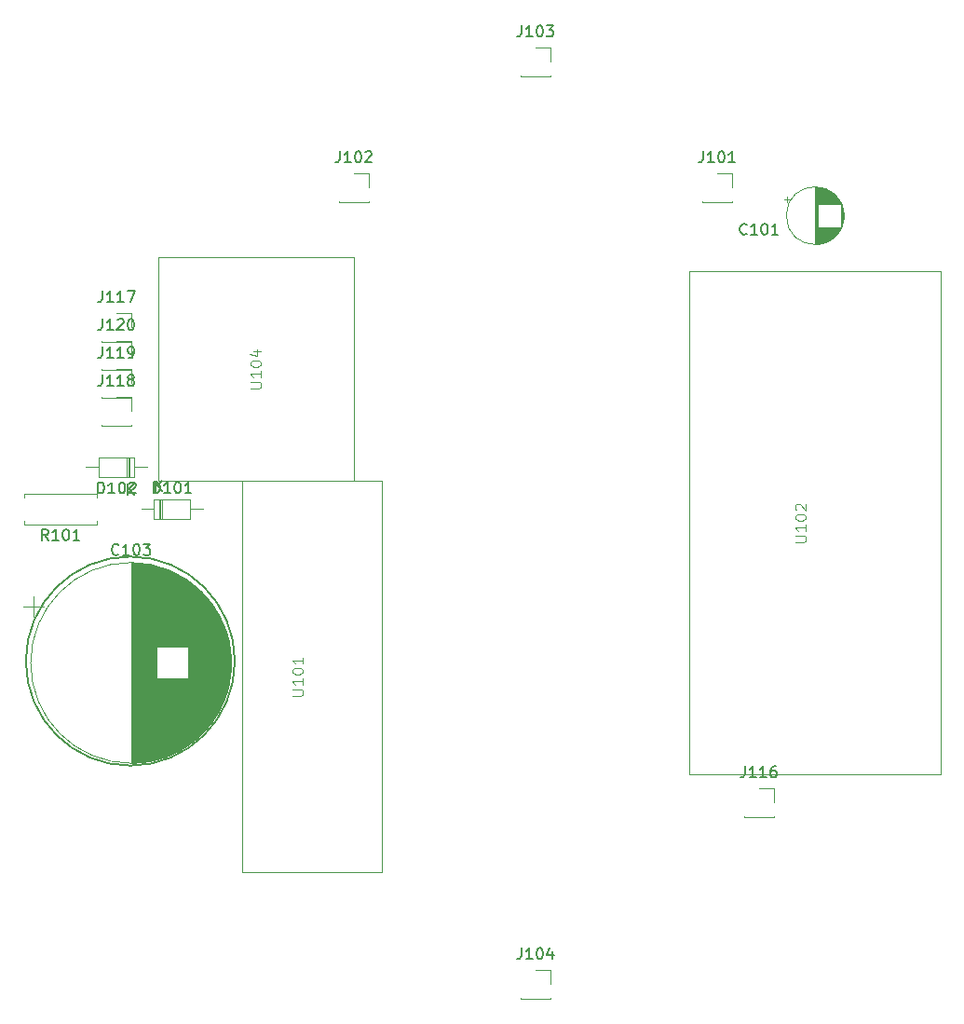
<source format=gbr>
%TF.GenerationSoftware,KiCad,Pcbnew,7.0.10*%
%TF.CreationDate,2024-02-07T15:10:16-05:00*%
%TF.ProjectId,board_down,626f6172-645f-4646-9f77-6e2e6b696361,rev?*%
%TF.SameCoordinates,Original*%
%TF.FileFunction,Legend,Top*%
%TF.FilePolarity,Positive*%
%FSLAX46Y46*%
G04 Gerber Fmt 4.6, Leading zero omitted, Abs format (unit mm)*
G04 Created by KiCad (PCBNEW 7.0.10) date 2024-02-07 15:10:16*
%MOMM*%
%LPD*%
G01*
G04 APERTURE LIST*
%ADD10C,0.150000*%
%ADD11C,0.100000*%
%ADD12C,0.120000*%
G04 APERTURE END LIST*
D10*
X22200000Y-62070000D02*
G75*
G03*
X3200000Y-62070000I-9500000J0D01*
G01*
X3200000Y-62070000D02*
G75*
G03*
X22200000Y-62070000I9500000J0D01*
G01*
X31734285Y-15734819D02*
X31734285Y-16449104D01*
X31734285Y-16449104D02*
X31686666Y-16591961D01*
X31686666Y-16591961D02*
X31591428Y-16687200D01*
X31591428Y-16687200D02*
X31448571Y-16734819D01*
X31448571Y-16734819D02*
X31353333Y-16734819D01*
X32734285Y-16734819D02*
X32162857Y-16734819D01*
X32448571Y-16734819D02*
X32448571Y-15734819D01*
X32448571Y-15734819D02*
X32353333Y-15877676D01*
X32353333Y-15877676D02*
X32258095Y-15972914D01*
X32258095Y-15972914D02*
X32162857Y-16020533D01*
X33353333Y-15734819D02*
X33448571Y-15734819D01*
X33448571Y-15734819D02*
X33543809Y-15782438D01*
X33543809Y-15782438D02*
X33591428Y-15830057D01*
X33591428Y-15830057D02*
X33639047Y-15925295D01*
X33639047Y-15925295D02*
X33686666Y-16115771D01*
X33686666Y-16115771D02*
X33686666Y-16353866D01*
X33686666Y-16353866D02*
X33639047Y-16544342D01*
X33639047Y-16544342D02*
X33591428Y-16639580D01*
X33591428Y-16639580D02*
X33543809Y-16687200D01*
X33543809Y-16687200D02*
X33448571Y-16734819D01*
X33448571Y-16734819D02*
X33353333Y-16734819D01*
X33353333Y-16734819D02*
X33258095Y-16687200D01*
X33258095Y-16687200D02*
X33210476Y-16639580D01*
X33210476Y-16639580D02*
X33162857Y-16544342D01*
X33162857Y-16544342D02*
X33115238Y-16353866D01*
X33115238Y-16353866D02*
X33115238Y-16115771D01*
X33115238Y-16115771D02*
X33162857Y-15925295D01*
X33162857Y-15925295D02*
X33210476Y-15830057D01*
X33210476Y-15830057D02*
X33258095Y-15782438D01*
X33258095Y-15782438D02*
X33353333Y-15734819D01*
X34067619Y-15830057D02*
X34115238Y-15782438D01*
X34115238Y-15782438D02*
X34210476Y-15734819D01*
X34210476Y-15734819D02*
X34448571Y-15734819D01*
X34448571Y-15734819D02*
X34543809Y-15782438D01*
X34543809Y-15782438D02*
X34591428Y-15830057D01*
X34591428Y-15830057D02*
X34639047Y-15925295D01*
X34639047Y-15925295D02*
X34639047Y-16020533D01*
X34639047Y-16020533D02*
X34591428Y-16163390D01*
X34591428Y-16163390D02*
X34020000Y-16734819D01*
X34020000Y-16734819D02*
X34639047Y-16734819D01*
X68730952Y-23219580D02*
X68683333Y-23267200D01*
X68683333Y-23267200D02*
X68540476Y-23314819D01*
X68540476Y-23314819D02*
X68445238Y-23314819D01*
X68445238Y-23314819D02*
X68302381Y-23267200D01*
X68302381Y-23267200D02*
X68207143Y-23171961D01*
X68207143Y-23171961D02*
X68159524Y-23076723D01*
X68159524Y-23076723D02*
X68111905Y-22886247D01*
X68111905Y-22886247D02*
X68111905Y-22743390D01*
X68111905Y-22743390D02*
X68159524Y-22552914D01*
X68159524Y-22552914D02*
X68207143Y-22457676D01*
X68207143Y-22457676D02*
X68302381Y-22362438D01*
X68302381Y-22362438D02*
X68445238Y-22314819D01*
X68445238Y-22314819D02*
X68540476Y-22314819D01*
X68540476Y-22314819D02*
X68683333Y-22362438D01*
X68683333Y-22362438D02*
X68730952Y-22410057D01*
X69683333Y-23314819D02*
X69111905Y-23314819D01*
X69397619Y-23314819D02*
X69397619Y-22314819D01*
X69397619Y-22314819D02*
X69302381Y-22457676D01*
X69302381Y-22457676D02*
X69207143Y-22552914D01*
X69207143Y-22552914D02*
X69111905Y-22600533D01*
X70302381Y-22314819D02*
X70397619Y-22314819D01*
X70397619Y-22314819D02*
X70492857Y-22362438D01*
X70492857Y-22362438D02*
X70540476Y-22410057D01*
X70540476Y-22410057D02*
X70588095Y-22505295D01*
X70588095Y-22505295D02*
X70635714Y-22695771D01*
X70635714Y-22695771D02*
X70635714Y-22933866D01*
X70635714Y-22933866D02*
X70588095Y-23124342D01*
X70588095Y-23124342D02*
X70540476Y-23219580D01*
X70540476Y-23219580D02*
X70492857Y-23267200D01*
X70492857Y-23267200D02*
X70397619Y-23314819D01*
X70397619Y-23314819D02*
X70302381Y-23314819D01*
X70302381Y-23314819D02*
X70207143Y-23267200D01*
X70207143Y-23267200D02*
X70159524Y-23219580D01*
X70159524Y-23219580D02*
X70111905Y-23124342D01*
X70111905Y-23124342D02*
X70064286Y-22933866D01*
X70064286Y-22933866D02*
X70064286Y-22695771D01*
X70064286Y-22695771D02*
X70111905Y-22505295D01*
X70111905Y-22505295D02*
X70159524Y-22410057D01*
X70159524Y-22410057D02*
X70207143Y-22362438D01*
X70207143Y-22362438D02*
X70302381Y-22314819D01*
X71588095Y-23314819D02*
X71016667Y-23314819D01*
X71302381Y-23314819D02*
X71302381Y-22314819D01*
X71302381Y-22314819D02*
X71207143Y-22457676D01*
X71207143Y-22457676D02*
X71111905Y-22552914D01*
X71111905Y-22552914D02*
X71016667Y-22600533D01*
X11640952Y-52339580D02*
X11593333Y-52387200D01*
X11593333Y-52387200D02*
X11450476Y-52434819D01*
X11450476Y-52434819D02*
X11355238Y-52434819D01*
X11355238Y-52434819D02*
X11212381Y-52387200D01*
X11212381Y-52387200D02*
X11117143Y-52291961D01*
X11117143Y-52291961D02*
X11069524Y-52196723D01*
X11069524Y-52196723D02*
X11021905Y-52006247D01*
X11021905Y-52006247D02*
X11021905Y-51863390D01*
X11021905Y-51863390D02*
X11069524Y-51672914D01*
X11069524Y-51672914D02*
X11117143Y-51577676D01*
X11117143Y-51577676D02*
X11212381Y-51482438D01*
X11212381Y-51482438D02*
X11355238Y-51434819D01*
X11355238Y-51434819D02*
X11450476Y-51434819D01*
X11450476Y-51434819D02*
X11593333Y-51482438D01*
X11593333Y-51482438D02*
X11640952Y-51530057D01*
X12593333Y-52434819D02*
X12021905Y-52434819D01*
X12307619Y-52434819D02*
X12307619Y-51434819D01*
X12307619Y-51434819D02*
X12212381Y-51577676D01*
X12212381Y-51577676D02*
X12117143Y-51672914D01*
X12117143Y-51672914D02*
X12021905Y-51720533D01*
X13212381Y-51434819D02*
X13307619Y-51434819D01*
X13307619Y-51434819D02*
X13402857Y-51482438D01*
X13402857Y-51482438D02*
X13450476Y-51530057D01*
X13450476Y-51530057D02*
X13498095Y-51625295D01*
X13498095Y-51625295D02*
X13545714Y-51815771D01*
X13545714Y-51815771D02*
X13545714Y-52053866D01*
X13545714Y-52053866D02*
X13498095Y-52244342D01*
X13498095Y-52244342D02*
X13450476Y-52339580D01*
X13450476Y-52339580D02*
X13402857Y-52387200D01*
X13402857Y-52387200D02*
X13307619Y-52434819D01*
X13307619Y-52434819D02*
X13212381Y-52434819D01*
X13212381Y-52434819D02*
X13117143Y-52387200D01*
X13117143Y-52387200D02*
X13069524Y-52339580D01*
X13069524Y-52339580D02*
X13021905Y-52244342D01*
X13021905Y-52244342D02*
X12974286Y-52053866D01*
X12974286Y-52053866D02*
X12974286Y-51815771D01*
X12974286Y-51815771D02*
X13021905Y-51625295D01*
X13021905Y-51625295D02*
X13069524Y-51530057D01*
X13069524Y-51530057D02*
X13117143Y-51482438D01*
X13117143Y-51482438D02*
X13212381Y-51434819D01*
X13879048Y-51434819D02*
X14498095Y-51434819D01*
X14498095Y-51434819D02*
X14164762Y-51815771D01*
X14164762Y-51815771D02*
X14307619Y-51815771D01*
X14307619Y-51815771D02*
X14402857Y-51863390D01*
X14402857Y-51863390D02*
X14450476Y-51911009D01*
X14450476Y-51911009D02*
X14498095Y-52006247D01*
X14498095Y-52006247D02*
X14498095Y-52244342D01*
X14498095Y-52244342D02*
X14450476Y-52339580D01*
X14450476Y-52339580D02*
X14402857Y-52387200D01*
X14402857Y-52387200D02*
X14307619Y-52434819D01*
X14307619Y-52434819D02*
X14021905Y-52434819D01*
X14021905Y-52434819D02*
X13926667Y-52387200D01*
X13926667Y-52387200D02*
X13879048Y-52339580D01*
X48244285Y-88124819D02*
X48244285Y-88839104D01*
X48244285Y-88839104D02*
X48196666Y-88981961D01*
X48196666Y-88981961D02*
X48101428Y-89077200D01*
X48101428Y-89077200D02*
X47958571Y-89124819D01*
X47958571Y-89124819D02*
X47863333Y-89124819D01*
X49244285Y-89124819D02*
X48672857Y-89124819D01*
X48958571Y-89124819D02*
X48958571Y-88124819D01*
X48958571Y-88124819D02*
X48863333Y-88267676D01*
X48863333Y-88267676D02*
X48768095Y-88362914D01*
X48768095Y-88362914D02*
X48672857Y-88410533D01*
X49863333Y-88124819D02*
X49958571Y-88124819D01*
X49958571Y-88124819D02*
X50053809Y-88172438D01*
X50053809Y-88172438D02*
X50101428Y-88220057D01*
X50101428Y-88220057D02*
X50149047Y-88315295D01*
X50149047Y-88315295D02*
X50196666Y-88505771D01*
X50196666Y-88505771D02*
X50196666Y-88743866D01*
X50196666Y-88743866D02*
X50149047Y-88934342D01*
X50149047Y-88934342D02*
X50101428Y-89029580D01*
X50101428Y-89029580D02*
X50053809Y-89077200D01*
X50053809Y-89077200D02*
X49958571Y-89124819D01*
X49958571Y-89124819D02*
X49863333Y-89124819D01*
X49863333Y-89124819D02*
X49768095Y-89077200D01*
X49768095Y-89077200D02*
X49720476Y-89029580D01*
X49720476Y-89029580D02*
X49672857Y-88934342D01*
X49672857Y-88934342D02*
X49625238Y-88743866D01*
X49625238Y-88743866D02*
X49625238Y-88505771D01*
X49625238Y-88505771D02*
X49672857Y-88315295D01*
X49672857Y-88315295D02*
X49720476Y-88220057D01*
X49720476Y-88220057D02*
X49768095Y-88172438D01*
X49768095Y-88172438D02*
X49863333Y-88124819D01*
X51053809Y-88458152D02*
X51053809Y-89124819D01*
X50815714Y-88077200D02*
X50577619Y-88791485D01*
X50577619Y-88791485D02*
X51196666Y-88791485D01*
D11*
X73117419Y-51244285D02*
X73926942Y-51244285D01*
X73926942Y-51244285D02*
X74022180Y-51196666D01*
X74022180Y-51196666D02*
X74069800Y-51149047D01*
X74069800Y-51149047D02*
X74117419Y-51053809D01*
X74117419Y-51053809D02*
X74117419Y-50863333D01*
X74117419Y-50863333D02*
X74069800Y-50768095D01*
X74069800Y-50768095D02*
X74022180Y-50720476D01*
X74022180Y-50720476D02*
X73926942Y-50672857D01*
X73926942Y-50672857D02*
X73117419Y-50672857D01*
X74117419Y-49672857D02*
X74117419Y-50244285D01*
X74117419Y-49958571D02*
X73117419Y-49958571D01*
X73117419Y-49958571D02*
X73260276Y-50053809D01*
X73260276Y-50053809D02*
X73355514Y-50149047D01*
X73355514Y-50149047D02*
X73403133Y-50244285D01*
X73117419Y-49053809D02*
X73117419Y-48958571D01*
X73117419Y-48958571D02*
X73165038Y-48863333D01*
X73165038Y-48863333D02*
X73212657Y-48815714D01*
X73212657Y-48815714D02*
X73307895Y-48768095D01*
X73307895Y-48768095D02*
X73498371Y-48720476D01*
X73498371Y-48720476D02*
X73736466Y-48720476D01*
X73736466Y-48720476D02*
X73926942Y-48768095D01*
X73926942Y-48768095D02*
X74022180Y-48815714D01*
X74022180Y-48815714D02*
X74069800Y-48863333D01*
X74069800Y-48863333D02*
X74117419Y-48958571D01*
X74117419Y-48958571D02*
X74117419Y-49053809D01*
X74117419Y-49053809D02*
X74069800Y-49149047D01*
X74069800Y-49149047D02*
X74022180Y-49196666D01*
X74022180Y-49196666D02*
X73926942Y-49244285D01*
X73926942Y-49244285D02*
X73736466Y-49291904D01*
X73736466Y-49291904D02*
X73498371Y-49291904D01*
X73498371Y-49291904D02*
X73307895Y-49244285D01*
X73307895Y-49244285D02*
X73212657Y-49196666D01*
X73212657Y-49196666D02*
X73165038Y-49149047D01*
X73165038Y-49149047D02*
X73117419Y-49053809D01*
X73212657Y-48339523D02*
X73165038Y-48291904D01*
X73165038Y-48291904D02*
X73117419Y-48196666D01*
X73117419Y-48196666D02*
X73117419Y-47958571D01*
X73117419Y-47958571D02*
X73165038Y-47863333D01*
X73165038Y-47863333D02*
X73212657Y-47815714D01*
X73212657Y-47815714D02*
X73307895Y-47768095D01*
X73307895Y-47768095D02*
X73403133Y-47768095D01*
X73403133Y-47768095D02*
X73545990Y-47815714D01*
X73545990Y-47815714D02*
X74117419Y-48387142D01*
X74117419Y-48387142D02*
X74117419Y-47768095D01*
X27397419Y-65214285D02*
X28206942Y-65214285D01*
X28206942Y-65214285D02*
X28302180Y-65166666D01*
X28302180Y-65166666D02*
X28349800Y-65119047D01*
X28349800Y-65119047D02*
X28397419Y-65023809D01*
X28397419Y-65023809D02*
X28397419Y-64833333D01*
X28397419Y-64833333D02*
X28349800Y-64738095D01*
X28349800Y-64738095D02*
X28302180Y-64690476D01*
X28302180Y-64690476D02*
X28206942Y-64642857D01*
X28206942Y-64642857D02*
X27397419Y-64642857D01*
X28397419Y-63642857D02*
X28397419Y-64214285D01*
X28397419Y-63928571D02*
X27397419Y-63928571D01*
X27397419Y-63928571D02*
X27540276Y-64023809D01*
X27540276Y-64023809D02*
X27635514Y-64119047D01*
X27635514Y-64119047D02*
X27683133Y-64214285D01*
X27397419Y-63023809D02*
X27397419Y-62928571D01*
X27397419Y-62928571D02*
X27445038Y-62833333D01*
X27445038Y-62833333D02*
X27492657Y-62785714D01*
X27492657Y-62785714D02*
X27587895Y-62738095D01*
X27587895Y-62738095D02*
X27778371Y-62690476D01*
X27778371Y-62690476D02*
X28016466Y-62690476D01*
X28016466Y-62690476D02*
X28206942Y-62738095D01*
X28206942Y-62738095D02*
X28302180Y-62785714D01*
X28302180Y-62785714D02*
X28349800Y-62833333D01*
X28349800Y-62833333D02*
X28397419Y-62928571D01*
X28397419Y-62928571D02*
X28397419Y-63023809D01*
X28397419Y-63023809D02*
X28349800Y-63119047D01*
X28349800Y-63119047D02*
X28302180Y-63166666D01*
X28302180Y-63166666D02*
X28206942Y-63214285D01*
X28206942Y-63214285D02*
X28016466Y-63261904D01*
X28016466Y-63261904D02*
X27778371Y-63261904D01*
X27778371Y-63261904D02*
X27587895Y-63214285D01*
X27587895Y-63214285D02*
X27492657Y-63166666D01*
X27492657Y-63166666D02*
X27445038Y-63119047D01*
X27445038Y-63119047D02*
X27397419Y-63023809D01*
X28397419Y-61738095D02*
X28397419Y-62309523D01*
X28397419Y-62023809D02*
X27397419Y-62023809D01*
X27397419Y-62023809D02*
X27540276Y-62119047D01*
X27540276Y-62119047D02*
X27635514Y-62214285D01*
X27635514Y-62214285D02*
X27683133Y-62309523D01*
D10*
X10144285Y-36054819D02*
X10144285Y-36769104D01*
X10144285Y-36769104D02*
X10096666Y-36911961D01*
X10096666Y-36911961D02*
X10001428Y-37007200D01*
X10001428Y-37007200D02*
X9858571Y-37054819D01*
X9858571Y-37054819D02*
X9763333Y-37054819D01*
X11144285Y-37054819D02*
X10572857Y-37054819D01*
X10858571Y-37054819D02*
X10858571Y-36054819D01*
X10858571Y-36054819D02*
X10763333Y-36197676D01*
X10763333Y-36197676D02*
X10668095Y-36292914D01*
X10668095Y-36292914D02*
X10572857Y-36340533D01*
X12096666Y-37054819D02*
X11525238Y-37054819D01*
X11810952Y-37054819D02*
X11810952Y-36054819D01*
X11810952Y-36054819D02*
X11715714Y-36197676D01*
X11715714Y-36197676D02*
X11620476Y-36292914D01*
X11620476Y-36292914D02*
X11525238Y-36340533D01*
X12668095Y-36483390D02*
X12572857Y-36435771D01*
X12572857Y-36435771D02*
X12525238Y-36388152D01*
X12525238Y-36388152D02*
X12477619Y-36292914D01*
X12477619Y-36292914D02*
X12477619Y-36245295D01*
X12477619Y-36245295D02*
X12525238Y-36150057D01*
X12525238Y-36150057D02*
X12572857Y-36102438D01*
X12572857Y-36102438D02*
X12668095Y-36054819D01*
X12668095Y-36054819D02*
X12858571Y-36054819D01*
X12858571Y-36054819D02*
X12953809Y-36102438D01*
X12953809Y-36102438D02*
X13001428Y-36150057D01*
X13001428Y-36150057D02*
X13049047Y-36245295D01*
X13049047Y-36245295D02*
X13049047Y-36292914D01*
X13049047Y-36292914D02*
X13001428Y-36388152D01*
X13001428Y-36388152D02*
X12953809Y-36435771D01*
X12953809Y-36435771D02*
X12858571Y-36483390D01*
X12858571Y-36483390D02*
X12668095Y-36483390D01*
X12668095Y-36483390D02*
X12572857Y-36531009D01*
X12572857Y-36531009D02*
X12525238Y-36578628D01*
X12525238Y-36578628D02*
X12477619Y-36673866D01*
X12477619Y-36673866D02*
X12477619Y-36864342D01*
X12477619Y-36864342D02*
X12525238Y-36959580D01*
X12525238Y-36959580D02*
X12572857Y-37007200D01*
X12572857Y-37007200D02*
X12668095Y-37054819D01*
X12668095Y-37054819D02*
X12858571Y-37054819D01*
X12858571Y-37054819D02*
X12953809Y-37007200D01*
X12953809Y-37007200D02*
X13001428Y-36959580D01*
X13001428Y-36959580D02*
X13049047Y-36864342D01*
X13049047Y-36864342D02*
X13049047Y-36673866D01*
X13049047Y-36673866D02*
X13001428Y-36578628D01*
X13001428Y-36578628D02*
X12953809Y-36531009D01*
X12953809Y-36531009D02*
X12858571Y-36483390D01*
X9744524Y-46824819D02*
X9744524Y-45824819D01*
X9744524Y-45824819D02*
X9982619Y-45824819D01*
X9982619Y-45824819D02*
X10125476Y-45872438D01*
X10125476Y-45872438D02*
X10220714Y-45967676D01*
X10220714Y-45967676D02*
X10268333Y-46062914D01*
X10268333Y-46062914D02*
X10315952Y-46253390D01*
X10315952Y-46253390D02*
X10315952Y-46396247D01*
X10315952Y-46396247D02*
X10268333Y-46586723D01*
X10268333Y-46586723D02*
X10220714Y-46681961D01*
X10220714Y-46681961D02*
X10125476Y-46777200D01*
X10125476Y-46777200D02*
X9982619Y-46824819D01*
X9982619Y-46824819D02*
X9744524Y-46824819D01*
X11268333Y-46824819D02*
X10696905Y-46824819D01*
X10982619Y-46824819D02*
X10982619Y-45824819D01*
X10982619Y-45824819D02*
X10887381Y-45967676D01*
X10887381Y-45967676D02*
X10792143Y-46062914D01*
X10792143Y-46062914D02*
X10696905Y-46110533D01*
X11887381Y-45824819D02*
X11982619Y-45824819D01*
X11982619Y-45824819D02*
X12077857Y-45872438D01*
X12077857Y-45872438D02*
X12125476Y-45920057D01*
X12125476Y-45920057D02*
X12173095Y-46015295D01*
X12173095Y-46015295D02*
X12220714Y-46205771D01*
X12220714Y-46205771D02*
X12220714Y-46443866D01*
X12220714Y-46443866D02*
X12173095Y-46634342D01*
X12173095Y-46634342D02*
X12125476Y-46729580D01*
X12125476Y-46729580D02*
X12077857Y-46777200D01*
X12077857Y-46777200D02*
X11982619Y-46824819D01*
X11982619Y-46824819D02*
X11887381Y-46824819D01*
X11887381Y-46824819D02*
X11792143Y-46777200D01*
X11792143Y-46777200D02*
X11744524Y-46729580D01*
X11744524Y-46729580D02*
X11696905Y-46634342D01*
X11696905Y-46634342D02*
X11649286Y-46443866D01*
X11649286Y-46443866D02*
X11649286Y-46205771D01*
X11649286Y-46205771D02*
X11696905Y-46015295D01*
X11696905Y-46015295D02*
X11744524Y-45920057D01*
X11744524Y-45920057D02*
X11792143Y-45872438D01*
X11792143Y-45872438D02*
X11887381Y-45824819D01*
X12601667Y-45920057D02*
X12649286Y-45872438D01*
X12649286Y-45872438D02*
X12744524Y-45824819D01*
X12744524Y-45824819D02*
X12982619Y-45824819D01*
X12982619Y-45824819D02*
X13077857Y-45872438D01*
X13077857Y-45872438D02*
X13125476Y-45920057D01*
X13125476Y-45920057D02*
X13173095Y-46015295D01*
X13173095Y-46015295D02*
X13173095Y-46110533D01*
X13173095Y-46110533D02*
X13125476Y-46253390D01*
X13125476Y-46253390D02*
X12554048Y-46824819D01*
X12554048Y-46824819D02*
X13173095Y-46824819D01*
X14983095Y-46654819D02*
X14983095Y-45654819D01*
X15554523Y-46654819D02*
X15125952Y-46083390D01*
X15554523Y-45654819D02*
X14983095Y-46226247D01*
X5230952Y-51084819D02*
X4897619Y-50608628D01*
X4659524Y-51084819D02*
X4659524Y-50084819D01*
X4659524Y-50084819D02*
X5040476Y-50084819D01*
X5040476Y-50084819D02*
X5135714Y-50132438D01*
X5135714Y-50132438D02*
X5183333Y-50180057D01*
X5183333Y-50180057D02*
X5230952Y-50275295D01*
X5230952Y-50275295D02*
X5230952Y-50418152D01*
X5230952Y-50418152D02*
X5183333Y-50513390D01*
X5183333Y-50513390D02*
X5135714Y-50561009D01*
X5135714Y-50561009D02*
X5040476Y-50608628D01*
X5040476Y-50608628D02*
X4659524Y-50608628D01*
X6183333Y-51084819D02*
X5611905Y-51084819D01*
X5897619Y-51084819D02*
X5897619Y-50084819D01*
X5897619Y-50084819D02*
X5802381Y-50227676D01*
X5802381Y-50227676D02*
X5707143Y-50322914D01*
X5707143Y-50322914D02*
X5611905Y-50370533D01*
X6802381Y-50084819D02*
X6897619Y-50084819D01*
X6897619Y-50084819D02*
X6992857Y-50132438D01*
X6992857Y-50132438D02*
X7040476Y-50180057D01*
X7040476Y-50180057D02*
X7088095Y-50275295D01*
X7088095Y-50275295D02*
X7135714Y-50465771D01*
X7135714Y-50465771D02*
X7135714Y-50703866D01*
X7135714Y-50703866D02*
X7088095Y-50894342D01*
X7088095Y-50894342D02*
X7040476Y-50989580D01*
X7040476Y-50989580D02*
X6992857Y-51037200D01*
X6992857Y-51037200D02*
X6897619Y-51084819D01*
X6897619Y-51084819D02*
X6802381Y-51084819D01*
X6802381Y-51084819D02*
X6707143Y-51037200D01*
X6707143Y-51037200D02*
X6659524Y-50989580D01*
X6659524Y-50989580D02*
X6611905Y-50894342D01*
X6611905Y-50894342D02*
X6564286Y-50703866D01*
X6564286Y-50703866D02*
X6564286Y-50465771D01*
X6564286Y-50465771D02*
X6611905Y-50275295D01*
X6611905Y-50275295D02*
X6659524Y-50180057D01*
X6659524Y-50180057D02*
X6707143Y-50132438D01*
X6707143Y-50132438D02*
X6802381Y-50084819D01*
X8088095Y-51084819D02*
X7516667Y-51084819D01*
X7802381Y-51084819D02*
X7802381Y-50084819D01*
X7802381Y-50084819D02*
X7707143Y-50227676D01*
X7707143Y-50227676D02*
X7611905Y-50322914D01*
X7611905Y-50322914D02*
X7516667Y-50370533D01*
D11*
X23587419Y-37274285D02*
X24396942Y-37274285D01*
X24396942Y-37274285D02*
X24492180Y-37226666D01*
X24492180Y-37226666D02*
X24539800Y-37179047D01*
X24539800Y-37179047D02*
X24587419Y-37083809D01*
X24587419Y-37083809D02*
X24587419Y-36893333D01*
X24587419Y-36893333D02*
X24539800Y-36798095D01*
X24539800Y-36798095D02*
X24492180Y-36750476D01*
X24492180Y-36750476D02*
X24396942Y-36702857D01*
X24396942Y-36702857D02*
X23587419Y-36702857D01*
X24587419Y-35702857D02*
X24587419Y-36274285D01*
X24587419Y-35988571D02*
X23587419Y-35988571D01*
X23587419Y-35988571D02*
X23730276Y-36083809D01*
X23730276Y-36083809D02*
X23825514Y-36179047D01*
X23825514Y-36179047D02*
X23873133Y-36274285D01*
X23587419Y-35083809D02*
X23587419Y-34988571D01*
X23587419Y-34988571D02*
X23635038Y-34893333D01*
X23635038Y-34893333D02*
X23682657Y-34845714D01*
X23682657Y-34845714D02*
X23777895Y-34798095D01*
X23777895Y-34798095D02*
X23968371Y-34750476D01*
X23968371Y-34750476D02*
X24206466Y-34750476D01*
X24206466Y-34750476D02*
X24396942Y-34798095D01*
X24396942Y-34798095D02*
X24492180Y-34845714D01*
X24492180Y-34845714D02*
X24539800Y-34893333D01*
X24539800Y-34893333D02*
X24587419Y-34988571D01*
X24587419Y-34988571D02*
X24587419Y-35083809D01*
X24587419Y-35083809D02*
X24539800Y-35179047D01*
X24539800Y-35179047D02*
X24492180Y-35226666D01*
X24492180Y-35226666D02*
X24396942Y-35274285D01*
X24396942Y-35274285D02*
X24206466Y-35321904D01*
X24206466Y-35321904D02*
X23968371Y-35321904D01*
X23968371Y-35321904D02*
X23777895Y-35274285D01*
X23777895Y-35274285D02*
X23682657Y-35226666D01*
X23682657Y-35226666D02*
X23635038Y-35179047D01*
X23635038Y-35179047D02*
X23587419Y-35083809D01*
X23920752Y-33893333D02*
X24587419Y-33893333D01*
X23539800Y-34131428D02*
X24254085Y-34369523D01*
X24254085Y-34369523D02*
X24254085Y-33750476D01*
D10*
X10144285Y-30974819D02*
X10144285Y-31689104D01*
X10144285Y-31689104D02*
X10096666Y-31831961D01*
X10096666Y-31831961D02*
X10001428Y-31927200D01*
X10001428Y-31927200D02*
X9858571Y-31974819D01*
X9858571Y-31974819D02*
X9763333Y-31974819D01*
X11144285Y-31974819D02*
X10572857Y-31974819D01*
X10858571Y-31974819D02*
X10858571Y-30974819D01*
X10858571Y-30974819D02*
X10763333Y-31117676D01*
X10763333Y-31117676D02*
X10668095Y-31212914D01*
X10668095Y-31212914D02*
X10572857Y-31260533D01*
X11525238Y-31070057D02*
X11572857Y-31022438D01*
X11572857Y-31022438D02*
X11668095Y-30974819D01*
X11668095Y-30974819D02*
X11906190Y-30974819D01*
X11906190Y-30974819D02*
X12001428Y-31022438D01*
X12001428Y-31022438D02*
X12049047Y-31070057D01*
X12049047Y-31070057D02*
X12096666Y-31165295D01*
X12096666Y-31165295D02*
X12096666Y-31260533D01*
X12096666Y-31260533D02*
X12049047Y-31403390D01*
X12049047Y-31403390D02*
X11477619Y-31974819D01*
X11477619Y-31974819D02*
X12096666Y-31974819D01*
X12715714Y-30974819D02*
X12810952Y-30974819D01*
X12810952Y-30974819D02*
X12906190Y-31022438D01*
X12906190Y-31022438D02*
X12953809Y-31070057D01*
X12953809Y-31070057D02*
X13001428Y-31165295D01*
X13001428Y-31165295D02*
X13049047Y-31355771D01*
X13049047Y-31355771D02*
X13049047Y-31593866D01*
X13049047Y-31593866D02*
X13001428Y-31784342D01*
X13001428Y-31784342D02*
X12953809Y-31879580D01*
X12953809Y-31879580D02*
X12906190Y-31927200D01*
X12906190Y-31927200D02*
X12810952Y-31974819D01*
X12810952Y-31974819D02*
X12715714Y-31974819D01*
X12715714Y-31974819D02*
X12620476Y-31927200D01*
X12620476Y-31927200D02*
X12572857Y-31879580D01*
X12572857Y-31879580D02*
X12525238Y-31784342D01*
X12525238Y-31784342D02*
X12477619Y-31593866D01*
X12477619Y-31593866D02*
X12477619Y-31355771D01*
X12477619Y-31355771D02*
X12525238Y-31165295D01*
X12525238Y-31165295D02*
X12572857Y-31070057D01*
X12572857Y-31070057D02*
X12620476Y-31022438D01*
X12620476Y-31022438D02*
X12715714Y-30974819D01*
X14814524Y-46794819D02*
X14814524Y-45794819D01*
X14814524Y-45794819D02*
X15052619Y-45794819D01*
X15052619Y-45794819D02*
X15195476Y-45842438D01*
X15195476Y-45842438D02*
X15290714Y-45937676D01*
X15290714Y-45937676D02*
X15338333Y-46032914D01*
X15338333Y-46032914D02*
X15385952Y-46223390D01*
X15385952Y-46223390D02*
X15385952Y-46366247D01*
X15385952Y-46366247D02*
X15338333Y-46556723D01*
X15338333Y-46556723D02*
X15290714Y-46651961D01*
X15290714Y-46651961D02*
X15195476Y-46747200D01*
X15195476Y-46747200D02*
X15052619Y-46794819D01*
X15052619Y-46794819D02*
X14814524Y-46794819D01*
X16338333Y-46794819D02*
X15766905Y-46794819D01*
X16052619Y-46794819D02*
X16052619Y-45794819D01*
X16052619Y-45794819D02*
X15957381Y-45937676D01*
X15957381Y-45937676D02*
X15862143Y-46032914D01*
X15862143Y-46032914D02*
X15766905Y-46080533D01*
X16957381Y-45794819D02*
X17052619Y-45794819D01*
X17052619Y-45794819D02*
X17147857Y-45842438D01*
X17147857Y-45842438D02*
X17195476Y-45890057D01*
X17195476Y-45890057D02*
X17243095Y-45985295D01*
X17243095Y-45985295D02*
X17290714Y-46175771D01*
X17290714Y-46175771D02*
X17290714Y-46413866D01*
X17290714Y-46413866D02*
X17243095Y-46604342D01*
X17243095Y-46604342D02*
X17195476Y-46699580D01*
X17195476Y-46699580D02*
X17147857Y-46747200D01*
X17147857Y-46747200D02*
X17052619Y-46794819D01*
X17052619Y-46794819D02*
X16957381Y-46794819D01*
X16957381Y-46794819D02*
X16862143Y-46747200D01*
X16862143Y-46747200D02*
X16814524Y-46699580D01*
X16814524Y-46699580D02*
X16766905Y-46604342D01*
X16766905Y-46604342D02*
X16719286Y-46413866D01*
X16719286Y-46413866D02*
X16719286Y-46175771D01*
X16719286Y-46175771D02*
X16766905Y-45985295D01*
X16766905Y-45985295D02*
X16814524Y-45890057D01*
X16814524Y-45890057D02*
X16862143Y-45842438D01*
X16862143Y-45842438D02*
X16957381Y-45794819D01*
X18243095Y-46794819D02*
X17671667Y-46794819D01*
X17957381Y-46794819D02*
X17957381Y-45794819D01*
X17957381Y-45794819D02*
X17862143Y-45937676D01*
X17862143Y-45937676D02*
X17766905Y-46032914D01*
X17766905Y-46032914D02*
X17671667Y-46080533D01*
X12433095Y-46964819D02*
X12433095Y-45964819D01*
X13004523Y-46964819D02*
X12575952Y-46393390D01*
X13004523Y-45964819D02*
X12433095Y-46536247D01*
X48244285Y-4304819D02*
X48244285Y-5019104D01*
X48244285Y-5019104D02*
X48196666Y-5161961D01*
X48196666Y-5161961D02*
X48101428Y-5257200D01*
X48101428Y-5257200D02*
X47958571Y-5304819D01*
X47958571Y-5304819D02*
X47863333Y-5304819D01*
X49244285Y-5304819D02*
X48672857Y-5304819D01*
X48958571Y-5304819D02*
X48958571Y-4304819D01*
X48958571Y-4304819D02*
X48863333Y-4447676D01*
X48863333Y-4447676D02*
X48768095Y-4542914D01*
X48768095Y-4542914D02*
X48672857Y-4590533D01*
X49863333Y-4304819D02*
X49958571Y-4304819D01*
X49958571Y-4304819D02*
X50053809Y-4352438D01*
X50053809Y-4352438D02*
X50101428Y-4400057D01*
X50101428Y-4400057D02*
X50149047Y-4495295D01*
X50149047Y-4495295D02*
X50196666Y-4685771D01*
X50196666Y-4685771D02*
X50196666Y-4923866D01*
X50196666Y-4923866D02*
X50149047Y-5114342D01*
X50149047Y-5114342D02*
X50101428Y-5209580D01*
X50101428Y-5209580D02*
X50053809Y-5257200D01*
X50053809Y-5257200D02*
X49958571Y-5304819D01*
X49958571Y-5304819D02*
X49863333Y-5304819D01*
X49863333Y-5304819D02*
X49768095Y-5257200D01*
X49768095Y-5257200D02*
X49720476Y-5209580D01*
X49720476Y-5209580D02*
X49672857Y-5114342D01*
X49672857Y-5114342D02*
X49625238Y-4923866D01*
X49625238Y-4923866D02*
X49625238Y-4685771D01*
X49625238Y-4685771D02*
X49672857Y-4495295D01*
X49672857Y-4495295D02*
X49720476Y-4400057D01*
X49720476Y-4400057D02*
X49768095Y-4352438D01*
X49768095Y-4352438D02*
X49863333Y-4304819D01*
X50530000Y-4304819D02*
X51149047Y-4304819D01*
X51149047Y-4304819D02*
X50815714Y-4685771D01*
X50815714Y-4685771D02*
X50958571Y-4685771D01*
X50958571Y-4685771D02*
X51053809Y-4733390D01*
X51053809Y-4733390D02*
X51101428Y-4781009D01*
X51101428Y-4781009D02*
X51149047Y-4876247D01*
X51149047Y-4876247D02*
X51149047Y-5114342D01*
X51149047Y-5114342D02*
X51101428Y-5209580D01*
X51101428Y-5209580D02*
X51053809Y-5257200D01*
X51053809Y-5257200D02*
X50958571Y-5304819D01*
X50958571Y-5304819D02*
X50672857Y-5304819D01*
X50672857Y-5304819D02*
X50577619Y-5257200D01*
X50577619Y-5257200D02*
X50530000Y-5209580D01*
X10144285Y-33514819D02*
X10144285Y-34229104D01*
X10144285Y-34229104D02*
X10096666Y-34371961D01*
X10096666Y-34371961D02*
X10001428Y-34467200D01*
X10001428Y-34467200D02*
X9858571Y-34514819D01*
X9858571Y-34514819D02*
X9763333Y-34514819D01*
X11144285Y-34514819D02*
X10572857Y-34514819D01*
X10858571Y-34514819D02*
X10858571Y-33514819D01*
X10858571Y-33514819D02*
X10763333Y-33657676D01*
X10763333Y-33657676D02*
X10668095Y-33752914D01*
X10668095Y-33752914D02*
X10572857Y-33800533D01*
X12096666Y-34514819D02*
X11525238Y-34514819D01*
X11810952Y-34514819D02*
X11810952Y-33514819D01*
X11810952Y-33514819D02*
X11715714Y-33657676D01*
X11715714Y-33657676D02*
X11620476Y-33752914D01*
X11620476Y-33752914D02*
X11525238Y-33800533D01*
X12572857Y-34514819D02*
X12763333Y-34514819D01*
X12763333Y-34514819D02*
X12858571Y-34467200D01*
X12858571Y-34467200D02*
X12906190Y-34419580D01*
X12906190Y-34419580D02*
X13001428Y-34276723D01*
X13001428Y-34276723D02*
X13049047Y-34086247D01*
X13049047Y-34086247D02*
X13049047Y-33705295D01*
X13049047Y-33705295D02*
X13001428Y-33610057D01*
X13001428Y-33610057D02*
X12953809Y-33562438D01*
X12953809Y-33562438D02*
X12858571Y-33514819D01*
X12858571Y-33514819D02*
X12668095Y-33514819D01*
X12668095Y-33514819D02*
X12572857Y-33562438D01*
X12572857Y-33562438D02*
X12525238Y-33610057D01*
X12525238Y-33610057D02*
X12477619Y-33705295D01*
X12477619Y-33705295D02*
X12477619Y-33943390D01*
X12477619Y-33943390D02*
X12525238Y-34038628D01*
X12525238Y-34038628D02*
X12572857Y-34086247D01*
X12572857Y-34086247D02*
X12668095Y-34133866D01*
X12668095Y-34133866D02*
X12858571Y-34133866D01*
X12858571Y-34133866D02*
X12953809Y-34086247D01*
X12953809Y-34086247D02*
X13001428Y-34038628D01*
X13001428Y-34038628D02*
X13049047Y-33943390D01*
X68564285Y-71614819D02*
X68564285Y-72329104D01*
X68564285Y-72329104D02*
X68516666Y-72471961D01*
X68516666Y-72471961D02*
X68421428Y-72567200D01*
X68421428Y-72567200D02*
X68278571Y-72614819D01*
X68278571Y-72614819D02*
X68183333Y-72614819D01*
X69564285Y-72614819D02*
X68992857Y-72614819D01*
X69278571Y-72614819D02*
X69278571Y-71614819D01*
X69278571Y-71614819D02*
X69183333Y-71757676D01*
X69183333Y-71757676D02*
X69088095Y-71852914D01*
X69088095Y-71852914D02*
X68992857Y-71900533D01*
X70516666Y-72614819D02*
X69945238Y-72614819D01*
X70230952Y-72614819D02*
X70230952Y-71614819D01*
X70230952Y-71614819D02*
X70135714Y-71757676D01*
X70135714Y-71757676D02*
X70040476Y-71852914D01*
X70040476Y-71852914D02*
X69945238Y-71900533D01*
X71373809Y-71614819D02*
X71183333Y-71614819D01*
X71183333Y-71614819D02*
X71088095Y-71662438D01*
X71088095Y-71662438D02*
X71040476Y-71710057D01*
X71040476Y-71710057D02*
X70945238Y-71852914D01*
X70945238Y-71852914D02*
X70897619Y-72043390D01*
X70897619Y-72043390D02*
X70897619Y-72424342D01*
X70897619Y-72424342D02*
X70945238Y-72519580D01*
X70945238Y-72519580D02*
X70992857Y-72567200D01*
X70992857Y-72567200D02*
X71088095Y-72614819D01*
X71088095Y-72614819D02*
X71278571Y-72614819D01*
X71278571Y-72614819D02*
X71373809Y-72567200D01*
X71373809Y-72567200D02*
X71421428Y-72519580D01*
X71421428Y-72519580D02*
X71469047Y-72424342D01*
X71469047Y-72424342D02*
X71469047Y-72186247D01*
X71469047Y-72186247D02*
X71421428Y-72091009D01*
X71421428Y-72091009D02*
X71373809Y-72043390D01*
X71373809Y-72043390D02*
X71278571Y-71995771D01*
X71278571Y-71995771D02*
X71088095Y-71995771D01*
X71088095Y-71995771D02*
X70992857Y-72043390D01*
X70992857Y-72043390D02*
X70945238Y-72091009D01*
X70945238Y-72091009D02*
X70897619Y-72186247D01*
X64754285Y-15734819D02*
X64754285Y-16449104D01*
X64754285Y-16449104D02*
X64706666Y-16591961D01*
X64706666Y-16591961D02*
X64611428Y-16687200D01*
X64611428Y-16687200D02*
X64468571Y-16734819D01*
X64468571Y-16734819D02*
X64373333Y-16734819D01*
X65754285Y-16734819D02*
X65182857Y-16734819D01*
X65468571Y-16734819D02*
X65468571Y-15734819D01*
X65468571Y-15734819D02*
X65373333Y-15877676D01*
X65373333Y-15877676D02*
X65278095Y-15972914D01*
X65278095Y-15972914D02*
X65182857Y-16020533D01*
X66373333Y-15734819D02*
X66468571Y-15734819D01*
X66468571Y-15734819D02*
X66563809Y-15782438D01*
X66563809Y-15782438D02*
X66611428Y-15830057D01*
X66611428Y-15830057D02*
X66659047Y-15925295D01*
X66659047Y-15925295D02*
X66706666Y-16115771D01*
X66706666Y-16115771D02*
X66706666Y-16353866D01*
X66706666Y-16353866D02*
X66659047Y-16544342D01*
X66659047Y-16544342D02*
X66611428Y-16639580D01*
X66611428Y-16639580D02*
X66563809Y-16687200D01*
X66563809Y-16687200D02*
X66468571Y-16734819D01*
X66468571Y-16734819D02*
X66373333Y-16734819D01*
X66373333Y-16734819D02*
X66278095Y-16687200D01*
X66278095Y-16687200D02*
X66230476Y-16639580D01*
X66230476Y-16639580D02*
X66182857Y-16544342D01*
X66182857Y-16544342D02*
X66135238Y-16353866D01*
X66135238Y-16353866D02*
X66135238Y-16115771D01*
X66135238Y-16115771D02*
X66182857Y-15925295D01*
X66182857Y-15925295D02*
X66230476Y-15830057D01*
X66230476Y-15830057D02*
X66278095Y-15782438D01*
X66278095Y-15782438D02*
X66373333Y-15734819D01*
X67659047Y-16734819D02*
X67087619Y-16734819D01*
X67373333Y-16734819D02*
X67373333Y-15734819D01*
X67373333Y-15734819D02*
X67278095Y-15877676D01*
X67278095Y-15877676D02*
X67182857Y-15972914D01*
X67182857Y-15972914D02*
X67087619Y-16020533D01*
X10144285Y-28434819D02*
X10144285Y-29149104D01*
X10144285Y-29149104D02*
X10096666Y-29291961D01*
X10096666Y-29291961D02*
X10001428Y-29387200D01*
X10001428Y-29387200D02*
X9858571Y-29434819D01*
X9858571Y-29434819D02*
X9763333Y-29434819D01*
X11144285Y-29434819D02*
X10572857Y-29434819D01*
X10858571Y-29434819D02*
X10858571Y-28434819D01*
X10858571Y-28434819D02*
X10763333Y-28577676D01*
X10763333Y-28577676D02*
X10668095Y-28672914D01*
X10668095Y-28672914D02*
X10572857Y-28720533D01*
X12096666Y-29434819D02*
X11525238Y-29434819D01*
X11810952Y-29434819D02*
X11810952Y-28434819D01*
X11810952Y-28434819D02*
X11715714Y-28577676D01*
X11715714Y-28577676D02*
X11620476Y-28672914D01*
X11620476Y-28672914D02*
X11525238Y-28720533D01*
X12430000Y-28434819D02*
X13096666Y-28434819D01*
X13096666Y-28434819D02*
X12668095Y-29434819D01*
D12*
%TO.C,J102*%
X31690000Y-20260000D02*
X31690000Y-20380000D01*
X31690000Y-20380000D02*
X34350000Y-20380000D01*
X33020000Y-17720000D02*
X34350000Y-17720000D01*
X34350000Y-17720000D02*
X34350000Y-19050000D01*
X34350000Y-20260000D02*
X34350000Y-20380000D01*
%TO.C,C101*%
X72145225Y-20115000D02*
X72645225Y-20115000D01*
X72395225Y-19865000D02*
X72395225Y-20365000D01*
X74950000Y-19010000D02*
X74950000Y-24170000D01*
X74990000Y-19010000D02*
X74990000Y-24170000D01*
X75030000Y-19011000D02*
X75030000Y-24169000D01*
X75070000Y-19012000D02*
X75070000Y-24168000D01*
X75110000Y-19014000D02*
X75110000Y-24166000D01*
X75150000Y-19017000D02*
X75150000Y-24163000D01*
X75190000Y-19021000D02*
X75190000Y-20550000D01*
X75190000Y-22630000D02*
X75190000Y-24159000D01*
X75230000Y-19025000D02*
X75230000Y-20550000D01*
X75230000Y-22630000D02*
X75230000Y-24155000D01*
X75270000Y-19029000D02*
X75270000Y-20550000D01*
X75270000Y-22630000D02*
X75270000Y-24151000D01*
X75310000Y-19034000D02*
X75310000Y-20550000D01*
X75310000Y-22630000D02*
X75310000Y-24146000D01*
X75350000Y-19040000D02*
X75350000Y-20550000D01*
X75350000Y-22630000D02*
X75350000Y-24140000D01*
X75390000Y-19047000D02*
X75390000Y-20550000D01*
X75390000Y-22630000D02*
X75390000Y-24133000D01*
X75430000Y-19054000D02*
X75430000Y-20550000D01*
X75430000Y-22630000D02*
X75430000Y-24126000D01*
X75470000Y-19062000D02*
X75470000Y-20550000D01*
X75470000Y-22630000D02*
X75470000Y-24118000D01*
X75510000Y-19070000D02*
X75510000Y-20550000D01*
X75510000Y-22630000D02*
X75510000Y-24110000D01*
X75550000Y-19079000D02*
X75550000Y-20550000D01*
X75550000Y-22630000D02*
X75550000Y-24101000D01*
X75590000Y-19089000D02*
X75590000Y-20550000D01*
X75590000Y-22630000D02*
X75590000Y-24091000D01*
X75630000Y-19099000D02*
X75630000Y-20550000D01*
X75630000Y-22630000D02*
X75630000Y-24081000D01*
X75671000Y-19110000D02*
X75671000Y-20550000D01*
X75671000Y-22630000D02*
X75671000Y-24070000D01*
X75711000Y-19122000D02*
X75711000Y-20550000D01*
X75711000Y-22630000D02*
X75711000Y-24058000D01*
X75751000Y-19135000D02*
X75751000Y-20550000D01*
X75751000Y-22630000D02*
X75751000Y-24045000D01*
X75791000Y-19148000D02*
X75791000Y-20550000D01*
X75791000Y-22630000D02*
X75791000Y-24032000D01*
X75831000Y-19162000D02*
X75831000Y-20550000D01*
X75831000Y-22630000D02*
X75831000Y-24018000D01*
X75871000Y-19176000D02*
X75871000Y-20550000D01*
X75871000Y-22630000D02*
X75871000Y-24004000D01*
X75911000Y-19192000D02*
X75911000Y-20550000D01*
X75911000Y-22630000D02*
X75911000Y-23988000D01*
X75951000Y-19208000D02*
X75951000Y-20550000D01*
X75951000Y-22630000D02*
X75951000Y-23972000D01*
X75991000Y-19225000D02*
X75991000Y-20550000D01*
X75991000Y-22630000D02*
X75991000Y-23955000D01*
X76031000Y-19242000D02*
X76031000Y-20550000D01*
X76031000Y-22630000D02*
X76031000Y-23938000D01*
X76071000Y-19261000D02*
X76071000Y-20550000D01*
X76071000Y-22630000D02*
X76071000Y-23919000D01*
X76111000Y-19280000D02*
X76111000Y-20550000D01*
X76111000Y-22630000D02*
X76111000Y-23900000D01*
X76151000Y-19300000D02*
X76151000Y-20550000D01*
X76151000Y-22630000D02*
X76151000Y-23880000D01*
X76191000Y-19322000D02*
X76191000Y-20550000D01*
X76191000Y-22630000D02*
X76191000Y-23858000D01*
X76231000Y-19343000D02*
X76231000Y-20550000D01*
X76231000Y-22630000D02*
X76231000Y-23837000D01*
X76271000Y-19366000D02*
X76271000Y-20550000D01*
X76271000Y-22630000D02*
X76271000Y-23814000D01*
X76311000Y-19390000D02*
X76311000Y-20550000D01*
X76311000Y-22630000D02*
X76311000Y-23790000D01*
X76351000Y-19415000D02*
X76351000Y-20550000D01*
X76351000Y-22630000D02*
X76351000Y-23765000D01*
X76391000Y-19441000D02*
X76391000Y-20550000D01*
X76391000Y-22630000D02*
X76391000Y-23739000D01*
X76431000Y-19468000D02*
X76431000Y-20550000D01*
X76431000Y-22630000D02*
X76431000Y-23712000D01*
X76471000Y-19495000D02*
X76471000Y-20550000D01*
X76471000Y-22630000D02*
X76471000Y-23685000D01*
X76511000Y-19525000D02*
X76511000Y-20550000D01*
X76511000Y-22630000D02*
X76511000Y-23655000D01*
X76551000Y-19555000D02*
X76551000Y-20550000D01*
X76551000Y-22630000D02*
X76551000Y-23625000D01*
X76591000Y-19586000D02*
X76591000Y-20550000D01*
X76591000Y-22630000D02*
X76591000Y-23594000D01*
X76631000Y-19619000D02*
X76631000Y-20550000D01*
X76631000Y-22630000D02*
X76631000Y-23561000D01*
X76671000Y-19653000D02*
X76671000Y-20550000D01*
X76671000Y-22630000D02*
X76671000Y-23527000D01*
X76711000Y-19689000D02*
X76711000Y-20550000D01*
X76711000Y-22630000D02*
X76711000Y-23491000D01*
X76751000Y-19726000D02*
X76751000Y-20550000D01*
X76751000Y-22630000D02*
X76751000Y-23454000D01*
X76791000Y-19764000D02*
X76791000Y-20550000D01*
X76791000Y-22630000D02*
X76791000Y-23416000D01*
X76831000Y-19805000D02*
X76831000Y-20550000D01*
X76831000Y-22630000D02*
X76831000Y-23375000D01*
X76871000Y-19847000D02*
X76871000Y-20550000D01*
X76871000Y-22630000D02*
X76871000Y-23333000D01*
X76911000Y-19891000D02*
X76911000Y-20550000D01*
X76911000Y-22630000D02*
X76911000Y-23289000D01*
X76951000Y-19937000D02*
X76951000Y-20550000D01*
X76951000Y-22630000D02*
X76951000Y-23243000D01*
X76991000Y-19985000D02*
X76991000Y-20550000D01*
X76991000Y-22630000D02*
X76991000Y-23195000D01*
X77031000Y-20036000D02*
X77031000Y-20550000D01*
X77031000Y-22630000D02*
X77031000Y-23144000D01*
X77071000Y-20090000D02*
X77071000Y-20550000D01*
X77071000Y-22630000D02*
X77071000Y-23090000D01*
X77111000Y-20147000D02*
X77111000Y-20550000D01*
X77111000Y-22630000D02*
X77111000Y-23033000D01*
X77151000Y-20207000D02*
X77151000Y-20550000D01*
X77151000Y-22630000D02*
X77151000Y-22973000D01*
X77191000Y-20271000D02*
X77191000Y-20550000D01*
X77191000Y-22630000D02*
X77191000Y-22909000D01*
X77231000Y-20339000D02*
X77231000Y-20550000D01*
X77231000Y-22630000D02*
X77231000Y-22841000D01*
X77271000Y-20412000D02*
X77271000Y-22768000D01*
X77311000Y-20492000D02*
X77311000Y-22688000D01*
X77351000Y-20579000D02*
X77351000Y-22601000D01*
X77391000Y-20675000D02*
X77391000Y-22505000D01*
X77431000Y-20785000D02*
X77431000Y-22395000D01*
X77471000Y-20913000D02*
X77471000Y-22267000D01*
X77511000Y-21072000D02*
X77511000Y-22108000D01*
X77551000Y-21306000D02*
X77551000Y-21874000D01*
X77570000Y-21590000D02*
G75*
G03*
X72330000Y-21590000I-2620000J0D01*
G01*
X72330000Y-21590000D02*
G75*
G03*
X77570000Y-21590000I2620000J0D01*
G01*
%TO.C,C103*%
X3000560Y-57115000D02*
X4800560Y-57115000D01*
X3900560Y-56215000D02*
X3900560Y-58015000D01*
X12760000Y-53149000D02*
X12760000Y-71311000D01*
X12800000Y-53150000D02*
X12800000Y-71310000D01*
X12840000Y-53150000D02*
X12840000Y-71310000D01*
X12880000Y-53150000D02*
X12880000Y-71310000D01*
X12920000Y-53151000D02*
X12920000Y-71309000D01*
X12960000Y-53152000D02*
X12960000Y-71308000D01*
X13000000Y-53153000D02*
X13000000Y-71307000D01*
X13040000Y-53154000D02*
X13040000Y-71306000D01*
X13080000Y-53155000D02*
X13080000Y-71305000D01*
X13120000Y-53157000D02*
X13120000Y-71303000D01*
X13160000Y-53158000D02*
X13160000Y-71302000D01*
X13200000Y-53160000D02*
X13200000Y-71300000D01*
X13240000Y-53162000D02*
X13240000Y-71298000D01*
X13280000Y-53164000D02*
X13280000Y-71296000D01*
X13320000Y-53167000D02*
X13320000Y-71293000D01*
X13360000Y-53169000D02*
X13360000Y-71291000D01*
X13400000Y-53172000D02*
X13400000Y-71288000D01*
X13440000Y-53175000D02*
X13440000Y-71285000D01*
X13481000Y-53178000D02*
X13481000Y-71282000D01*
X13521000Y-53181000D02*
X13521000Y-71279000D01*
X13561000Y-53185000D02*
X13561000Y-71275000D01*
X13601000Y-53188000D02*
X13601000Y-71272000D01*
X13641000Y-53192000D02*
X13641000Y-71268000D01*
X13681000Y-53196000D02*
X13681000Y-71264000D01*
X13721000Y-53200000D02*
X13721000Y-71260000D01*
X13761000Y-53204000D02*
X13761000Y-71256000D01*
X13801000Y-53209000D02*
X13801000Y-71251000D01*
X13841000Y-53214000D02*
X13841000Y-71246000D01*
X13881000Y-53219000D02*
X13881000Y-71241000D01*
X13921000Y-53224000D02*
X13921000Y-71236000D01*
X13961000Y-53229000D02*
X13961000Y-71231000D01*
X14001000Y-53234000D02*
X14001000Y-71226000D01*
X14041000Y-53240000D02*
X14041000Y-71220000D01*
X14081000Y-53246000D02*
X14081000Y-71214000D01*
X14121000Y-53251000D02*
X14121000Y-71209000D01*
X14161000Y-53258000D02*
X14161000Y-71202000D01*
X14201000Y-53264000D02*
X14201000Y-71196000D01*
X14241000Y-53270000D02*
X14241000Y-71190000D01*
X14281000Y-53277000D02*
X14281000Y-71183000D01*
X14321000Y-53284000D02*
X14321000Y-71176000D01*
X14361000Y-53291000D02*
X14361000Y-71169000D01*
X14401000Y-53298000D02*
X14401000Y-71162000D01*
X14441000Y-53306000D02*
X14441000Y-71154000D01*
X14481000Y-53313000D02*
X14481000Y-71147000D01*
X14521000Y-53321000D02*
X14521000Y-71139000D01*
X14561000Y-53329000D02*
X14561000Y-71131000D01*
X14601000Y-53337000D02*
X14601000Y-71123000D01*
X14641000Y-53345000D02*
X14641000Y-71115000D01*
X14681000Y-53354000D02*
X14681000Y-71106000D01*
X14721000Y-53363000D02*
X14721000Y-71097000D01*
X14761000Y-53372000D02*
X14761000Y-71088000D01*
X14801000Y-53381000D02*
X14801000Y-71079000D01*
X14841000Y-53390000D02*
X14841000Y-71070000D01*
X14881000Y-53399000D02*
X14881000Y-71061000D01*
X14921000Y-53409000D02*
X14921000Y-71051000D01*
X14961000Y-53419000D02*
X14961000Y-71041000D01*
X15001000Y-53429000D02*
X15001000Y-71031000D01*
X15041000Y-53439000D02*
X15041000Y-71021000D01*
X15081000Y-53450000D02*
X15081000Y-60790000D01*
X15081000Y-63670000D02*
X15081000Y-71010000D01*
X15121000Y-53460000D02*
X15121000Y-60790000D01*
X15121000Y-63670000D02*
X15121000Y-71000000D01*
X15161000Y-53471000D02*
X15161000Y-60790000D01*
X15161000Y-63670000D02*
X15161000Y-70989000D01*
X15201000Y-53482000D02*
X15201000Y-60790000D01*
X15201000Y-63670000D02*
X15201000Y-70978000D01*
X15241000Y-53493000D02*
X15241000Y-60790000D01*
X15241000Y-63670000D02*
X15241000Y-70967000D01*
X15281000Y-53505000D02*
X15281000Y-60790000D01*
X15281000Y-63670000D02*
X15281000Y-70955000D01*
X15321000Y-53516000D02*
X15321000Y-60790000D01*
X15321000Y-63670000D02*
X15321000Y-70944000D01*
X15361000Y-53528000D02*
X15361000Y-60790000D01*
X15361000Y-63670000D02*
X15361000Y-70932000D01*
X15401000Y-53540000D02*
X15401000Y-60790000D01*
X15401000Y-63670000D02*
X15401000Y-70920000D01*
X15441000Y-53552000D02*
X15441000Y-60790000D01*
X15441000Y-63670000D02*
X15441000Y-70908000D01*
X15481000Y-53565000D02*
X15481000Y-60790000D01*
X15481000Y-63670000D02*
X15481000Y-70895000D01*
X15521000Y-53577000D02*
X15521000Y-60790000D01*
X15521000Y-63670000D02*
X15521000Y-70883000D01*
X15561000Y-53590000D02*
X15561000Y-60790000D01*
X15561000Y-63670000D02*
X15561000Y-70870000D01*
X15601000Y-53603000D02*
X15601000Y-60790000D01*
X15601000Y-63670000D02*
X15601000Y-70857000D01*
X15641000Y-53616000D02*
X15641000Y-60790000D01*
X15641000Y-63670000D02*
X15641000Y-70844000D01*
X15681000Y-53630000D02*
X15681000Y-60790000D01*
X15681000Y-63670000D02*
X15681000Y-70830000D01*
X15721000Y-53643000D02*
X15721000Y-60790000D01*
X15721000Y-63670000D02*
X15721000Y-70817000D01*
X15761000Y-53657000D02*
X15761000Y-60790000D01*
X15761000Y-63670000D02*
X15761000Y-70803000D01*
X15801000Y-53671000D02*
X15801000Y-60790000D01*
X15801000Y-63670000D02*
X15801000Y-70789000D01*
X15841000Y-53685000D02*
X15841000Y-60790000D01*
X15841000Y-63670000D02*
X15841000Y-70775000D01*
X15881000Y-53700000D02*
X15881000Y-60790000D01*
X15881000Y-63670000D02*
X15881000Y-70760000D01*
X15921000Y-53714000D02*
X15921000Y-60790000D01*
X15921000Y-63670000D02*
X15921000Y-70746000D01*
X15961000Y-53729000D02*
X15961000Y-60790000D01*
X15961000Y-63670000D02*
X15961000Y-70731000D01*
X16001000Y-53744000D02*
X16001000Y-60790000D01*
X16001000Y-63670000D02*
X16001000Y-70716000D01*
X16041000Y-53760000D02*
X16041000Y-60790000D01*
X16041000Y-63670000D02*
X16041000Y-70700000D01*
X16081000Y-53775000D02*
X16081000Y-60790000D01*
X16081000Y-63670000D02*
X16081000Y-70685000D01*
X16121000Y-53791000D02*
X16121000Y-60790000D01*
X16121000Y-63670000D02*
X16121000Y-70669000D01*
X16161000Y-53807000D02*
X16161000Y-60790000D01*
X16161000Y-63670000D02*
X16161000Y-70653000D01*
X16201000Y-53823000D02*
X16201000Y-60790000D01*
X16201000Y-63670000D02*
X16201000Y-70637000D01*
X16241000Y-53840000D02*
X16241000Y-60790000D01*
X16241000Y-63670000D02*
X16241000Y-70620000D01*
X16281000Y-53856000D02*
X16281000Y-60790000D01*
X16281000Y-63670000D02*
X16281000Y-70604000D01*
X16321000Y-53873000D02*
X16321000Y-60790000D01*
X16321000Y-63670000D02*
X16321000Y-70587000D01*
X16361000Y-53890000D02*
X16361000Y-60790000D01*
X16361000Y-63670000D02*
X16361000Y-70570000D01*
X16401000Y-53907000D02*
X16401000Y-60790000D01*
X16401000Y-63670000D02*
X16401000Y-70553000D01*
X16441000Y-53925000D02*
X16441000Y-60790000D01*
X16441000Y-63670000D02*
X16441000Y-70535000D01*
X16481000Y-53943000D02*
X16481000Y-60790000D01*
X16481000Y-63670000D02*
X16481000Y-70517000D01*
X16521000Y-53961000D02*
X16521000Y-60790000D01*
X16521000Y-63670000D02*
X16521000Y-70499000D01*
X16561000Y-53979000D02*
X16561000Y-60790000D01*
X16561000Y-63670000D02*
X16561000Y-70481000D01*
X16601000Y-53997000D02*
X16601000Y-60790000D01*
X16601000Y-63670000D02*
X16601000Y-70463000D01*
X16641000Y-54016000D02*
X16641000Y-60790000D01*
X16641000Y-63670000D02*
X16641000Y-70444000D01*
X16681000Y-54035000D02*
X16681000Y-60790000D01*
X16681000Y-63670000D02*
X16681000Y-70425000D01*
X16721000Y-54054000D02*
X16721000Y-60790000D01*
X16721000Y-63670000D02*
X16721000Y-70406000D01*
X16761000Y-54074000D02*
X16761000Y-60790000D01*
X16761000Y-63670000D02*
X16761000Y-70386000D01*
X16801000Y-54093000D02*
X16801000Y-60790000D01*
X16801000Y-63670000D02*
X16801000Y-70367000D01*
X16841000Y-54113000D02*
X16841000Y-60790000D01*
X16841000Y-63670000D02*
X16841000Y-70347000D01*
X16881000Y-54133000D02*
X16881000Y-60790000D01*
X16881000Y-63670000D02*
X16881000Y-70327000D01*
X16921000Y-54154000D02*
X16921000Y-60790000D01*
X16921000Y-63670000D02*
X16921000Y-70306000D01*
X16961000Y-54174000D02*
X16961000Y-60790000D01*
X16961000Y-63670000D02*
X16961000Y-70286000D01*
X17001000Y-54195000D02*
X17001000Y-60790000D01*
X17001000Y-63670000D02*
X17001000Y-70265000D01*
X17041000Y-54216000D02*
X17041000Y-60790000D01*
X17041000Y-63670000D02*
X17041000Y-70244000D01*
X17081000Y-54238000D02*
X17081000Y-60790000D01*
X17081000Y-63670000D02*
X17081000Y-70222000D01*
X17121000Y-54259000D02*
X17121000Y-60790000D01*
X17121000Y-63670000D02*
X17121000Y-70201000D01*
X17161000Y-54281000D02*
X17161000Y-60790000D01*
X17161000Y-63670000D02*
X17161000Y-70179000D01*
X17201000Y-54303000D02*
X17201000Y-60790000D01*
X17201000Y-63670000D02*
X17201000Y-70157000D01*
X17241000Y-54326000D02*
X17241000Y-60790000D01*
X17241000Y-63670000D02*
X17241000Y-70134000D01*
X17281000Y-54348000D02*
X17281000Y-60790000D01*
X17281000Y-63670000D02*
X17281000Y-70112000D01*
X17321000Y-54371000D02*
X17321000Y-60790000D01*
X17321000Y-63670000D02*
X17321000Y-70089000D01*
X17361000Y-54395000D02*
X17361000Y-60790000D01*
X17361000Y-63670000D02*
X17361000Y-70065000D01*
X17401000Y-54418000D02*
X17401000Y-60790000D01*
X17401000Y-63670000D02*
X17401000Y-70042000D01*
X17441000Y-54442000D02*
X17441000Y-60790000D01*
X17441000Y-63670000D02*
X17441000Y-70018000D01*
X17481000Y-54466000D02*
X17481000Y-60790000D01*
X17481000Y-63670000D02*
X17481000Y-69994000D01*
X17521000Y-54490000D02*
X17521000Y-60790000D01*
X17521000Y-63670000D02*
X17521000Y-69970000D01*
X17561000Y-54515000D02*
X17561000Y-60790000D01*
X17561000Y-63670000D02*
X17561000Y-69945000D01*
X17601000Y-54540000D02*
X17601000Y-60790000D01*
X17601000Y-63670000D02*
X17601000Y-69920000D01*
X17641000Y-54565000D02*
X17641000Y-60790000D01*
X17641000Y-63670000D02*
X17641000Y-69895000D01*
X17681000Y-54590000D02*
X17681000Y-60790000D01*
X17681000Y-63670000D02*
X17681000Y-69870000D01*
X17721000Y-54616000D02*
X17721000Y-60790000D01*
X17721000Y-63670000D02*
X17721000Y-69844000D01*
X17761000Y-54642000D02*
X17761000Y-60790000D01*
X17761000Y-63670000D02*
X17761000Y-69818000D01*
X17801000Y-54669000D02*
X17801000Y-60790000D01*
X17801000Y-63670000D02*
X17801000Y-69791000D01*
X17841000Y-54695000D02*
X17841000Y-60790000D01*
X17841000Y-63670000D02*
X17841000Y-69765000D01*
X17881000Y-54722000D02*
X17881000Y-60790000D01*
X17881000Y-63670000D02*
X17881000Y-69738000D01*
X17921000Y-54750000D02*
X17921000Y-60790000D01*
X17921000Y-63670000D02*
X17921000Y-69710000D01*
X17961000Y-54777000D02*
X17961000Y-69683000D01*
X18001000Y-54805000D02*
X18001000Y-69655000D01*
X18041000Y-54833000D02*
X18041000Y-69627000D01*
X18081000Y-54862000D02*
X18081000Y-69598000D01*
X18121000Y-54891000D02*
X18121000Y-69569000D01*
X18161000Y-54920000D02*
X18161000Y-69540000D01*
X18201000Y-54950000D02*
X18201000Y-69510000D01*
X18241000Y-54980000D02*
X18241000Y-69480000D01*
X18281000Y-55010000D02*
X18281000Y-69450000D01*
X18321000Y-55040000D02*
X18321000Y-69420000D01*
X18361000Y-55071000D02*
X18361000Y-69389000D01*
X18401000Y-55103000D02*
X18401000Y-69357000D01*
X18441000Y-55134000D02*
X18441000Y-69326000D01*
X18481000Y-55166000D02*
X18481000Y-69294000D01*
X18521000Y-55199000D02*
X18521000Y-69261000D01*
X18561000Y-55231000D02*
X18561000Y-69229000D01*
X18601000Y-55265000D02*
X18601000Y-69195000D01*
X18641000Y-55298000D02*
X18641000Y-69162000D01*
X18681000Y-55332000D02*
X18681000Y-69128000D01*
X18721000Y-55366000D02*
X18721000Y-69094000D01*
X18761000Y-55401000D02*
X18761000Y-69059000D01*
X18801000Y-55436000D02*
X18801000Y-69024000D01*
X18841000Y-55472000D02*
X18841000Y-68988000D01*
X18881000Y-55508000D02*
X18881000Y-68952000D01*
X18921000Y-55544000D02*
X18921000Y-68916000D01*
X18961000Y-55581000D02*
X18961000Y-68879000D01*
X19001000Y-55618000D02*
X19001000Y-68842000D01*
X19041000Y-55656000D02*
X19041000Y-68804000D01*
X19081000Y-55694000D02*
X19081000Y-68766000D01*
X19121000Y-55733000D02*
X19121000Y-68727000D01*
X19161000Y-55772000D02*
X19161000Y-68688000D01*
X19201000Y-55812000D02*
X19201000Y-68648000D01*
X19241000Y-55852000D02*
X19241000Y-68608000D01*
X19281000Y-55893000D02*
X19281000Y-68567000D01*
X19321000Y-55934000D02*
X19321000Y-68526000D01*
X19361000Y-55976000D02*
X19361000Y-68484000D01*
X19401000Y-56018000D02*
X19401000Y-68442000D01*
X19441000Y-56060000D02*
X19441000Y-68400000D01*
X19481000Y-56104000D02*
X19481000Y-68356000D01*
X19521000Y-56148000D02*
X19521000Y-68312000D01*
X19561000Y-56192000D02*
X19561000Y-68268000D01*
X19601000Y-56237000D02*
X19601000Y-68223000D01*
X19641000Y-56283000D02*
X19641000Y-68177000D01*
X19681000Y-56329000D02*
X19681000Y-68131000D01*
X19721000Y-56376000D02*
X19721000Y-68084000D01*
X19761000Y-56424000D02*
X19761000Y-68036000D01*
X19801000Y-56472000D02*
X19801000Y-67988000D01*
X19841000Y-56521000D02*
X19841000Y-67939000D01*
X19881000Y-56570000D02*
X19881000Y-67890000D01*
X19921000Y-56621000D02*
X19921000Y-67839000D01*
X19961000Y-56672000D02*
X19961000Y-67788000D01*
X20001000Y-56724000D02*
X20001000Y-67736000D01*
X20041000Y-56776000D02*
X20041000Y-67684000D01*
X20081000Y-56830000D02*
X20081000Y-67630000D01*
X20121000Y-56884000D02*
X20121000Y-67576000D01*
X20161000Y-56939000D02*
X20161000Y-67521000D01*
X20201000Y-56995000D02*
X20201000Y-67465000D01*
X20241000Y-57052000D02*
X20241000Y-67408000D01*
X20281000Y-57110000D02*
X20281000Y-67350000D01*
X20321000Y-57168000D02*
X20321000Y-67292000D01*
X20361000Y-57228000D02*
X20361000Y-67232000D01*
X20401000Y-57289000D02*
X20401000Y-67171000D01*
X20441000Y-57351000D02*
X20441000Y-67109000D01*
X20481000Y-57414000D02*
X20481000Y-67046000D01*
X20521000Y-57478000D02*
X20521000Y-66982000D01*
X20561000Y-57544000D02*
X20561000Y-66916000D01*
X20601000Y-57610000D02*
X20601000Y-66850000D01*
X20641000Y-57678000D02*
X20641000Y-66782000D01*
X20681000Y-57748000D02*
X20681000Y-66712000D01*
X20721000Y-57818000D02*
X20721000Y-66642000D01*
X20761000Y-57891000D02*
X20761000Y-66569000D01*
X20801000Y-57965000D02*
X20801000Y-66495000D01*
X20841000Y-58040000D02*
X20841000Y-66420000D01*
X20881000Y-58117000D02*
X20881000Y-66343000D01*
X20921000Y-58197000D02*
X20921000Y-66263000D01*
X20960000Y-58278000D02*
X20960000Y-66182000D01*
X21000000Y-58361000D02*
X21000000Y-66099000D01*
X21040000Y-58446000D02*
X21040000Y-66014000D01*
X21080000Y-58534000D02*
X21080000Y-65926000D01*
X21120000Y-58625000D02*
X21120000Y-65835000D01*
X21160000Y-58718000D02*
X21160000Y-65742000D01*
X21200000Y-58814000D02*
X21200000Y-65646000D01*
X21240000Y-58913000D02*
X21240000Y-65547000D01*
X21280000Y-59016000D02*
X21280000Y-65444000D01*
X21320000Y-59123000D02*
X21320000Y-65337000D01*
X21360000Y-59234000D02*
X21360000Y-65226000D01*
X21400000Y-59350000D02*
X21400000Y-65110000D01*
X21440000Y-59471000D02*
X21440000Y-64989000D01*
X21480000Y-59598000D02*
X21480000Y-64862000D01*
X21520000Y-59732000D02*
X21520000Y-64728000D01*
X21560000Y-59875000D02*
X21560000Y-64585000D01*
X21600000Y-60027000D02*
X21600000Y-64433000D01*
X21640000Y-60191000D02*
X21640000Y-64269000D01*
X21680000Y-60370000D02*
X21680000Y-64090000D01*
X21720000Y-60569000D02*
X21720000Y-63891000D01*
X21760000Y-60795000D02*
X21760000Y-63665000D01*
X21800000Y-61064000D02*
X21800000Y-63396000D01*
X21840000Y-61416000D02*
X21840000Y-63044000D01*
X21880000Y-62190000D02*
X21880000Y-62270000D01*
X21880000Y-62230000D02*
G75*
G03*
X3640000Y-62230000I-9120000J0D01*
G01*
X3640000Y-62230000D02*
G75*
G03*
X21880000Y-62230000I9120000J0D01*
G01*
%TO.C,J104*%
X48200000Y-92650000D02*
X48200000Y-92770000D01*
X48200000Y-92770000D02*
X50860000Y-92770000D01*
X49530000Y-90110000D02*
X50860000Y-90110000D01*
X50860000Y-90110000D02*
X50860000Y-91440000D01*
X50860000Y-92650000D02*
X50860000Y-92770000D01*
D11*
%TO.C,U102*%
X63500000Y-72390000D02*
X86360000Y-72390000D01*
X86360000Y-72390000D02*
X86360000Y-26670000D01*
X86360000Y-26670000D02*
X63500000Y-26670000D01*
X63500000Y-26670000D02*
X63500000Y-72390000D01*
%TO.C,U101*%
X22860000Y-81280000D02*
X35560000Y-81280000D01*
X35560000Y-81280000D02*
X35560000Y-45720000D01*
X35560000Y-45720000D02*
X22860000Y-45720000D01*
X22860000Y-45720000D02*
X22860000Y-81280000D01*
D12*
%TO.C,J118*%
X10100000Y-40580000D02*
X10100000Y-40700000D01*
X10100000Y-40700000D02*
X12760000Y-40700000D01*
X11430000Y-38040000D02*
X12760000Y-38040000D01*
X12760000Y-38040000D02*
X12760000Y-39370000D01*
X12760000Y-40580000D02*
X12760000Y-40700000D01*
%TO.C,D102*%
X14255000Y-44450000D02*
X13075000Y-44450000D01*
X13075000Y-45370000D02*
X13075000Y-43530000D01*
X13075000Y-43530000D02*
X9795000Y-43530000D01*
X12619000Y-45370000D02*
X12619000Y-43530000D01*
X12499000Y-45370000D02*
X12499000Y-43530000D01*
X12379000Y-45370000D02*
X12379000Y-43530000D01*
X9795000Y-45370000D02*
X13075000Y-45370000D01*
X9795000Y-43530000D02*
X9795000Y-45370000D01*
X8615000Y-44450000D02*
X9795000Y-44450000D01*
%TO.C,R101*%
X9620000Y-49630000D02*
X3080000Y-49630000D01*
X9620000Y-49300000D02*
X9620000Y-49630000D01*
X9620000Y-47220000D02*
X9620000Y-46890000D01*
X9620000Y-46890000D02*
X3080000Y-46890000D01*
X3080000Y-49630000D02*
X3080000Y-49300000D01*
X3080000Y-46890000D02*
X3080000Y-47220000D01*
D11*
%TO.C,U104*%
X33020000Y-45720000D02*
X15240000Y-45720000D01*
X15240000Y-45720000D02*
X15240000Y-25400000D01*
X15240000Y-25400000D02*
X33020000Y-25400000D01*
X33020000Y-25400000D02*
X33020000Y-45720000D01*
D12*
%TO.C,J120*%
X10100000Y-35500000D02*
X10100000Y-35620000D01*
X10100000Y-35620000D02*
X12760000Y-35620000D01*
X11430000Y-32960000D02*
X12760000Y-32960000D01*
X12760000Y-32960000D02*
X12760000Y-34290000D01*
X12760000Y-35500000D02*
X12760000Y-35620000D01*
%TO.C,D101*%
X13685000Y-48260000D02*
X14865000Y-48260000D01*
X14865000Y-47340000D02*
X14865000Y-49180000D01*
X14865000Y-49180000D02*
X18145000Y-49180000D01*
X15321000Y-47340000D02*
X15321000Y-49180000D01*
X15441000Y-47340000D02*
X15441000Y-49180000D01*
X15561000Y-47340000D02*
X15561000Y-49180000D01*
X18145000Y-47340000D02*
X14865000Y-47340000D01*
X18145000Y-49180000D02*
X18145000Y-47340000D01*
X19325000Y-48260000D02*
X18145000Y-48260000D01*
%TO.C,J103*%
X48200000Y-8830000D02*
X48200000Y-8950000D01*
X48200000Y-8950000D02*
X50860000Y-8950000D01*
X49530000Y-6290000D02*
X50860000Y-6290000D01*
X50860000Y-6290000D02*
X50860000Y-7620000D01*
X50860000Y-8830000D02*
X50860000Y-8950000D01*
%TO.C,J119*%
X10100000Y-38040000D02*
X10100000Y-38160000D01*
X10100000Y-38160000D02*
X12760000Y-38160000D01*
X11430000Y-35500000D02*
X12760000Y-35500000D01*
X12760000Y-35500000D02*
X12760000Y-36830000D01*
X12760000Y-38040000D02*
X12760000Y-38160000D01*
%TO.C,J116*%
X68520000Y-76140000D02*
X68520000Y-76260000D01*
X68520000Y-76260000D02*
X71180000Y-76260000D01*
X69850000Y-73600000D02*
X71180000Y-73600000D01*
X71180000Y-73600000D02*
X71180000Y-74930000D01*
X71180000Y-76140000D02*
X71180000Y-76260000D01*
%TO.C,J101*%
X64710000Y-20260000D02*
X64710000Y-20380000D01*
X64710000Y-20380000D02*
X67370000Y-20380000D01*
X66040000Y-17720000D02*
X67370000Y-17720000D01*
X67370000Y-17720000D02*
X67370000Y-19050000D01*
X67370000Y-20260000D02*
X67370000Y-20380000D01*
%TO.C,J117*%
X10100000Y-32960000D02*
X10100000Y-33080000D01*
X10100000Y-33080000D02*
X12760000Y-33080000D01*
X11430000Y-30420000D02*
X12760000Y-30420000D01*
X12760000Y-30420000D02*
X12760000Y-31750000D01*
X12760000Y-32960000D02*
X12760000Y-33080000D01*
%TD*%
M02*

</source>
